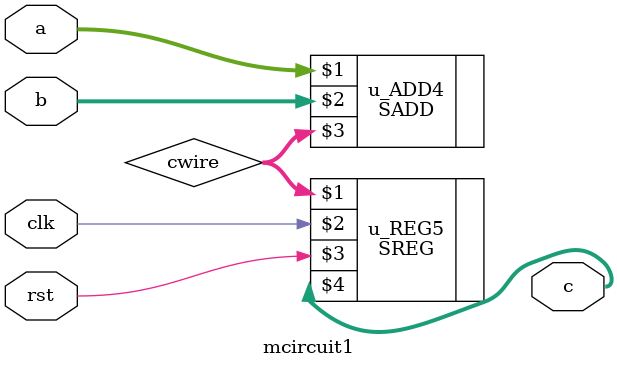
<source format=v>

module mcircuit1(

	 input clk,
	 input rst,
	 input signed [7:0] a,
	 input [7:0] b,

	 output signed [7:0] c
);

	 wire signed [7:0] cwire;
	 SADD #(8) u_ADD4 (a,b,cwire);
	 SREG #(8) u_REG5 (cwire,clk,rst,c);


endmodule

// *********************************************************************************
// *                            END OF GENERATED FILE                              *
// *********************************************************************************

</source>
